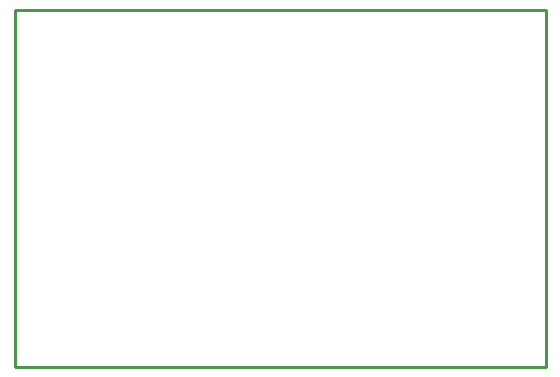
<source format=gbr>
G04 EAGLE Gerber RS-274X export*
G75*
%MOMM*%
%FSLAX34Y34*%
%LPD*%
%IN*%
%IPPOS*%
%AMOC8*
5,1,8,0,0,1.08239X$1,22.5*%
G01*
%ADD10C,0.254000*%


D10*
X0Y0D02*
X449380Y0D01*
X449380Y301500D01*
X0Y301500D01*
X0Y0D01*
M02*

</source>
